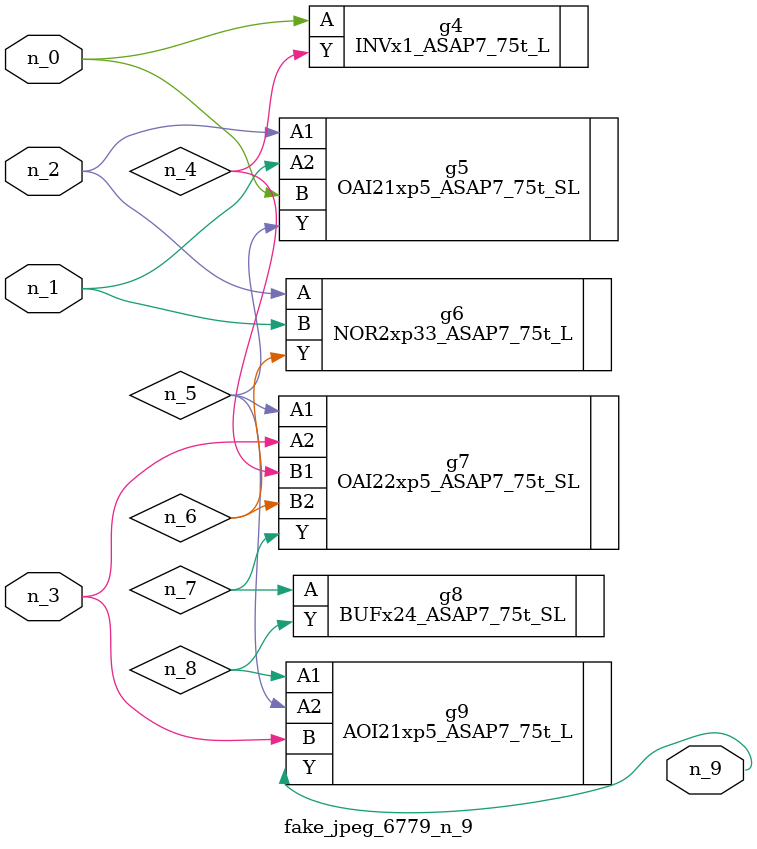
<source format=v>
module fake_jpeg_6779_n_9 (n_0, n_3, n_2, n_1, n_9);

input n_0;
input n_3;
input n_2;
input n_1;

output n_9;

wire n_4;
wire n_8;
wire n_6;
wire n_5;
wire n_7;

INVx1_ASAP7_75t_L g4 ( 
.A(n_0),
.Y(n_4)
);

OAI21xp5_ASAP7_75t_SL g5 ( 
.A1(n_2),
.A2(n_1),
.B(n_0),
.Y(n_5)
);

NOR2xp33_ASAP7_75t_L g6 ( 
.A(n_2),
.B(n_1),
.Y(n_6)
);

OAI22xp5_ASAP7_75t_SL g7 ( 
.A1(n_5),
.A2(n_3),
.B1(n_4),
.B2(n_6),
.Y(n_7)
);

BUFx24_ASAP7_75t_SL g8 ( 
.A(n_7),
.Y(n_8)
);

AOI21xp5_ASAP7_75t_L g9 ( 
.A1(n_8),
.A2(n_5),
.B(n_3),
.Y(n_9)
);


endmodule
</source>
